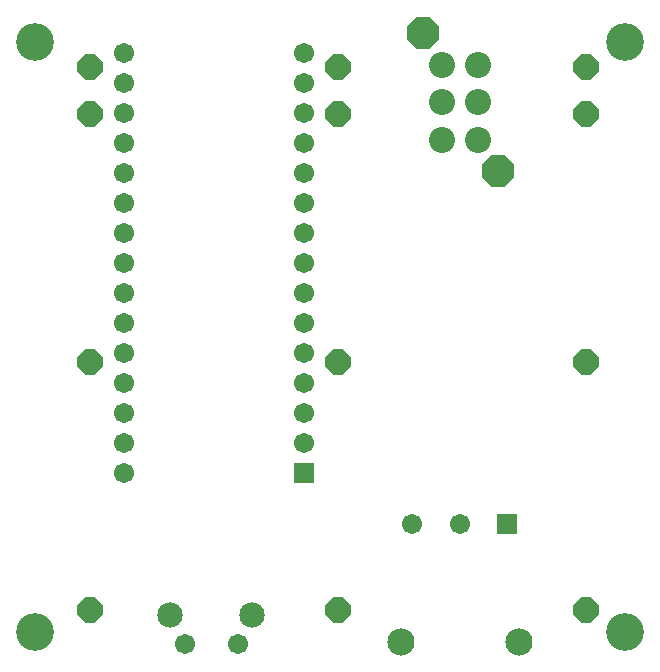
<source format=gbr>
G04 EAGLE Gerber RS-274X export*
G75*
%MOMM*%
%FSLAX34Y34*%
%LPD*%
%INSoldermask Top*%
%IPPOS*%
%AMOC8*
5,1,8,0,0,1.08239X$1,22.5*%
G01*
%ADD10C,3.203200*%
%ADD11P,2.309387X8X22.500000*%
%ADD12R,1.711200X1.711200*%
%ADD13C,1.711200*%
%ADD14C,2.303200*%
%ADD15P,2.925917X8X112.500000*%
%ADD16C,2.203200*%
%ADD17C,2.153200*%


D10*
X30000Y530000D03*
X530000Y530000D03*
X530000Y30000D03*
X30000Y30000D03*
D11*
X77000Y509000D03*
X77000Y49000D03*
X287000Y49000D03*
X497000Y49000D03*
X287000Y509000D03*
X497000Y509000D03*
X77000Y469000D03*
X287000Y469000D03*
X497000Y469000D03*
X77000Y259000D03*
X287000Y259000D03*
X497000Y259000D03*
D12*
X429800Y121600D03*
D13*
X389800Y121600D03*
X349800Y121600D03*
D14*
X439800Y21600D03*
X339800Y21600D03*
D15*
X422000Y420300D03*
X359000Y537300D03*
D16*
X375000Y478800D03*
X405000Y478800D03*
X375000Y510800D03*
X375000Y446800D03*
X405000Y446800D03*
X405000Y510800D03*
D13*
X201900Y20200D03*
X156900Y20200D03*
D17*
X214400Y45200D03*
X144400Y45200D03*
D12*
X258200Y165200D03*
D13*
X258200Y190600D03*
X258200Y216000D03*
X258200Y241400D03*
X258200Y266800D03*
X258200Y292200D03*
X258200Y317600D03*
X258200Y343000D03*
X258200Y368400D03*
X258200Y393800D03*
X258200Y419200D03*
X258200Y444600D03*
X105800Y165200D03*
X105800Y190600D03*
X105800Y216000D03*
X105800Y241400D03*
X105800Y266800D03*
X105800Y292200D03*
X105800Y343000D03*
X105800Y368400D03*
X105800Y419200D03*
X105800Y444600D03*
X105800Y393800D03*
X105800Y317600D03*
X258200Y470000D03*
X258200Y495400D03*
X258200Y520800D03*
X105800Y470000D03*
X105800Y495400D03*
X105800Y520800D03*
M02*

</source>
